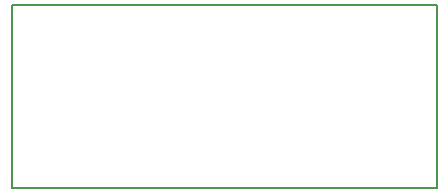
<source format=gbr>
G04 #@! TF.FileFunction,Profile,NP*
%FSLAX46Y46*%
G04 Gerber Fmt 4.6, Leading zero omitted, Abs format (unit mm)*
G04 Created by KiCad (PCBNEW 4.0.1-3.201512221401+6198~38~ubuntu15.10.1-stable) date mié 20 ene 2016 15:02:01 CET*
%MOMM*%
G01*
G04 APERTURE LIST*
%ADD10C,0.100000*%
%ADD11C,0.150000*%
G04 APERTURE END LIST*
D10*
D11*
X128000000Y-114500000D02*
X164000000Y-114500000D01*
X128000000Y-99000000D02*
X128000000Y-114500000D01*
X164000000Y-99000000D02*
X128000000Y-99000000D01*
X164000000Y-114500000D02*
X164000000Y-99000000D01*
M02*

</source>
